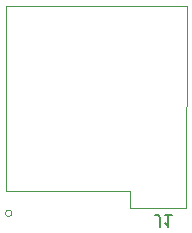
<source format=gbr>
%TF.GenerationSoftware,KiCad,Pcbnew,7.0.5*%
%TF.CreationDate,2023-07-01T23:53:25+07:00*%
%TF.ProjectId,PoeSci EFarm Rev 3,506f6553-6369-4204-9546-61726d205265,rev?*%
%TF.SameCoordinates,Original*%
%TF.FileFunction,Legend,Bot*%
%TF.FilePolarity,Positive*%
%FSLAX46Y46*%
G04 Gerber Fmt 4.6, Leading zero omitted, Abs format (unit mm)*
G04 Created by KiCad (PCBNEW 7.0.5) date 2023-07-01 23:53:25*
%MOMM*%
%LPD*%
G01*
G04 APERTURE LIST*
%ADD10C,0.150000*%
%ADD11C,0.120000*%
G04 APERTURE END LIST*
D10*
%TO.C,J1*%
X131912666Y-65257180D02*
X131912666Y-64542895D01*
X131912666Y-64542895D02*
X131865047Y-64400038D01*
X131865047Y-64400038D02*
X131769809Y-64304800D01*
X131769809Y-64304800D02*
X131626952Y-64257180D01*
X131626952Y-64257180D02*
X131531714Y-64257180D01*
X132912666Y-64257180D02*
X132341238Y-64257180D01*
X132626952Y-64257180D02*
X132626952Y-65257180D01*
X132626952Y-65257180D02*
X132531714Y-65114323D01*
X132531714Y-65114323D02*
X132436476Y-65019085D01*
X132436476Y-65019085D02*
X132341238Y-64971466D01*
D11*
X118896000Y-46587000D02*
X134186000Y-46587000D01*
X119403843Y-64137000D02*
G75*
G03*
X119403843Y-64137000I-282843J0D01*
G01*
X134171000Y-63687000D02*
X129396000Y-63687000D01*
X129396000Y-62212000D01*
X118896000Y-62237000D01*
X118896000Y-46587000D01*
X134186000Y-46587000D01*
X134171000Y-63687000D01*
%TD*%
M02*

</source>
